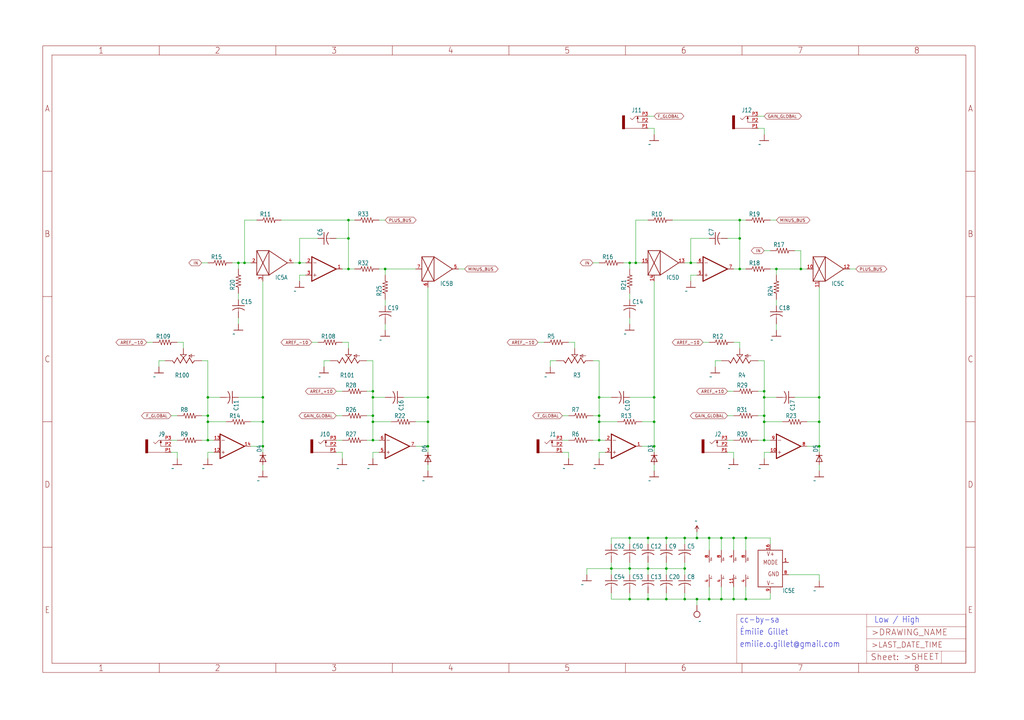
<source format=kicad_sch>
(kicad_sch (version 20211123) (generator eeschema)
  (paper "User" 425.45 299.161)
  (lib_symbols
    (symbol "shelves_v05-eagle-import:A3L-LOC"
      (symbol "A3L-LOC_0_0"
        (text "1" (at 24.2094 1.905 0) (effects (font (size 2.54 2.286))))
        (text "1" (at 24.2094 258.445 0) (effects (font (size 2.54 2.286))))
        (text "2" (at 72.6281 1.905 0) (effects (font (size 2.54 2.286))))
        (text "2" (at 72.6281 258.445 0) (effects (font (size 2.54 2.286))))
        (text "3" (at 121.0469 1.905 0) (effects (font (size 2.54 2.286))))
        (text "3" (at 121.0469 258.445 0) (effects (font (size 2.54 2.286))))
        (text "4" (at 169.4656 1.905 0) (effects (font (size 2.54 2.286))))
        (text "4" (at 169.4656 258.445 0) (effects (font (size 2.54 2.286))))
        (text "5" (at 217.8844 1.905 0) (effects (font (size 2.54 2.286))))
        (text "5" (at 217.8844 258.445 0) (effects (font (size 2.54 2.286))))
        (text "6" (at 266.3031 1.905 0) (effects (font (size 2.54 2.286))))
        (text "6" (at 266.3031 258.445 0) (effects (font (size 2.54 2.286))))
        (text "7" (at 314.7219 1.905 0) (effects (font (size 2.54 2.286))))
        (text "7" (at 314.7219 258.445 0) (effects (font (size 2.54 2.286))))
        (text "8" (at 363.1406 1.905 0) (effects (font (size 2.54 2.286))))
        (text "8" (at 363.1406 258.445 0) (effects (font (size 2.54 2.286))))
        (text "A" (at 1.905 234.315 0) (effects (font (size 2.54 2.286))))
        (text "A" (at 385.445 234.315 0) (effects (font (size 2.54 2.286))))
        (text "B" (at 1.905 182.245 0) (effects (font (size 2.54 2.286))))
        (text "B" (at 385.445 182.245 0) (effects (font (size 2.54 2.286))))
        (text "C" (at 1.905 130.175 0) (effects (font (size 2.54 2.286))))
        (text "C" (at 385.445 130.175 0) (effects (font (size 2.54 2.286))))
        (text "D" (at 1.905 78.105 0) (effects (font (size 2.54 2.286))))
        (text "D" (at 385.445 78.105 0) (effects (font (size 2.54 2.286))))
        (text "E" (at 1.905 26.035 0) (effects (font (size 2.54 2.286))))
        (text "E" (at 385.445 26.035 0) (effects (font (size 2.54 2.286))))
      )
      (symbol "A3L-LOC_1_0"
        (text ">DRAWING_NAME" (at 344.17 15.24 0) (effects (font (size 2.54 2.54)) (justify left bottom)))
        (text ">LAST_DATE_TIME" (at 344.17 10.16 0) (effects (font (size 2.286 2.286)) (justify left bottom)))
        (text ">SHEET" (at 357.505 5.08 0) (effects (font (size 2.54 2.54)) (justify left bottom)))
        (text "Sheet:" (at 343.916 4.953 0) (effects (font (size 2.54 2.54)) (justify left bottom)))
      )
    )
    (symbol "shelves_v05-eagle-import:C-USC0603"
      (property "Reference" "C" (at 1.016 0.635 0))
      (property "Value" "C-USC0603" (at 1.016 -4.191 0))
      (symbol "C-USC0603_1_0"
        (pin passive line (at 0 2.54 270) (length 2.54) (name "1") (number "1"))
        (pin passive line (at 0 -5.08 90) (length 2.54) (name "2") (number "2"))
      )
    )
    (symbol "shelves_v05-eagle-import:DIODE-SOD323-W"
      (property "Reference" "D" (at 2.54 0.4826 0))
      (property "Value" "DIODE-SOD323-W" (at 2.54 -2.3114 0))
      (symbol "DIODE-SOD323-W_1_0"
        (pin passive line (at -2.54 0 0) (length 2.54) (name "A") (number "A"))
        (pin passive line (at 2.54 0 180) (length 2.54) (name "C") (number "C"))
      )
    )
    (symbol "shelves_v05-eagle-import:GND" (power)
      (property "Value" "GND" (at -2.54 -2.54 0))
      (symbol "GND_1_0"
        (pin power_in line (at 0 2.54 270) (length 2.54) (name "GND") (number "1"))
      )
    )
    (symbol "shelves_v05-eagle-import:PJ301_THONKICONN6"
      (property "Reference" "J" (at -2.54 4.064 0))
      (symbol "PJ301_THONKICONN6_1_0"
        (pin passive line (at -5.08 -2.54 0) (length 2.54) (name "1") (number "P1"))
        (pin passive line (at -5.08 0 0) (length 2.54) (name "2") (number "P2"))
        (pin passive line (at -5.08 2.54 0) (length 2.54) (name "3") (number "P3"))
      )
    )
    (symbol "shelves_v05-eagle-import:POT_USVERTICAL_PS"
      (property "Reference" "R" (at -5.08 -2.54 90))
      (property "Value" "POT_USVERTICAL_PS" (at -2.54 -2.54 90))
      (symbol "POT_USVERTICAL_PS_1_0"
        (pin passive line (at 0 7.62 270) (length 2.54) (name "E") (number "P$1"))
        (pin passive line (at 5.08 0 180) (length 2.54) (name "S") (number "P$2"))
        (pin passive line (at 0 -7.62 90) (length 2.54) (name "A") (number "P$3"))
      )
    )
    (symbol "shelves_v05-eagle-import:R-US_R0603"
      (property "Reference" "R" (at -3.81 1.4986 0))
      (property "Value" "R-US_R0603" (at -3.81 -3.302 0))
      (symbol "R-US_R0603_1_0"
        (pin passive line (at -5.08 0 0) (length 2.54) (name "1") (number "1"))
        (pin passive line (at 5.08 0 180) (length 2.54) (name "2") (number "2"))
      )
    )
    (symbol "shelves_v05-eagle-import:SSM2164S"
      (property "Reference" "IC" (at 5.08 -12.7 0))
      (property "Value" "SSM2164S" (at 5.08 -15.24 0))
      (symbol "SSM2164S_1_0"
        (pin input line (at -5.08 0 0) (length 2.54) (name "IN") (number "2"))
        (pin input line (at 0 7.62 270) (length 2.54) (name "CTRL") (number "3"))
        (pin output line (at 12.7 0 180) (length 2.54) (name "OUT") (number "4"))
      )
      (symbol "SSM2164S_2_0"
        (pin output line (at 12.7 0 180) (length 2.54) (name "OUT") (number "5"))
        (pin input line (at 0 7.62 270) (length 2.54) (name "CTRL") (number "6"))
        (pin input line (at -5.08 0 0) (length 2.54) (name "IN") (number "7"))
      )
      (symbol "SSM2164S_3_0"
        (pin input line (at -5.08 0 0) (length 2.54) (name "IN") (number "10"))
        (pin input line (at 0 7.62 270) (length 2.54) (name "CTRL") (number "11"))
        (pin output line (at 12.7 0 180) (length 2.54) (name "OUT") (number "12"))
      )
      (symbol "SSM2164S_4_0"
        (pin output line (at 12.7 0 180) (length 2.54) (name "OUT") (number "13"))
        (pin input line (at 0 7.62 270) (length 2.54) (name "CTRL") (number "14"))
        (pin input line (at -5.08 0 0) (length 2.54) (name "IN") (number "15"))
      )
      (symbol "SSM2164S_5_0"
        (text "GND" (at -1.016 -5.842 0) (effects (font (size 1.778 1.5113)) (justify left bottom)))
        (text "MODE" (at -3.048 -1.016 0) (effects (font (size 1.778 1.5113)) (justify left bottom)))
        (text "V+" (at -1.524 2.54 0) (effects (font (size 1.778 1.5113)) (justify left bottom)))
        (text "V-" (at -1.524 -9.652 0) (effects (font (size 1.778 1.5113)) (justify left bottom)))
        (pin input line (at 7.62 0 180) (length 2.54) (name "MODE") (number "1"))
        (pin power_in line (at 0 7.62 270) (length 2.54) (name "V+") (number "16"))
        (pin power_in line (at 7.62 -5.08 180) (length 2.54) (name "GND") (number "8"))
        (pin power_in line (at 0 -12.7 90) (length 2.54) (name "V-") (number "9"))
      )
    )
    (symbol "shelves_v05-eagle-import:TL072D"
      (symbol "TL072D_1_0"
        (pin output line (at 7.62 0 180) (length 2.54) (name "OUT") (number "1"))
        (pin input line (at -7.62 -2.54 0) (length 2.54) (name "-IN") (number "2"))
        (pin input line (at -7.62 2.54 0) (length 2.54) (name "+IN") (number "3"))
      )
      (symbol "TL072D_2_0"
        (pin input line (at -7.62 2.54 0) (length 2.54) (name "+IN") (number "5"))
        (pin input line (at -7.62 -2.54 0) (length 2.54) (name "-IN") (number "6"))
        (pin output line (at 7.62 0 180) (length 2.54) (name "OUT") (number "7"))
      )
      (symbol "TL072D_3_0"
        (text "V+" (at 1.27 3.175 900) (effects (font (size 0.8128 0.6908)) (justify left bottom)))
        (text "V-" (at 1.27 -4.445 900) (effects (font (size 0.8128 0.6908)) (justify left bottom)))
        (pin power_in line (at 0 -7.62 90) (length 5.08) (name "V-") (number "4"))
        (pin power_in line (at 0 7.62 270) (length 5.08) (name "V+") (number "8"))
      )
    )
    (symbol "shelves_v05-eagle-import:TL074D"
      (symbol "TL074D_1_0"
        (pin output line (at 7.62 0 180) (length 2.54) (name "OUT") (number "1"))
        (pin input line (at -7.62 -2.54 0) (length 2.54) (name "-IN") (number "2"))
        (pin input line (at -7.62 2.54 0) (length 2.54) (name "+IN") (number "3"))
      )
      (symbol "TL074D_2_0"
        (pin input line (at -7.62 2.54 0) (length 2.54) (name "+IN") (number "5"))
        (pin input line (at -7.62 -2.54 0) (length 2.54) (name "-IN") (number "6"))
        (pin output line (at 7.62 0 180) (length 2.54) (name "OUT") (number "7"))
      )
      (symbol "TL074D_3_0"
        (pin input line (at -7.62 2.54 0) (length 2.54) (name "+IN") (number "10"))
        (pin output line (at 7.62 0 180) (length 2.54) (name "OUT") (number "8"))
        (pin input line (at -7.62 -2.54 0) (length 2.54) (name "-IN") (number "9"))
      )
      (symbol "TL074D_4_0"
        (pin input line (at -7.62 2.54 0) (length 2.54) (name "+IN") (number "12"))
        (pin input line (at -7.62 -2.54 0) (length 2.54) (name "-IN") (number "13"))
        (pin output line (at 7.62 0 180) (length 2.54) (name "OUT") (number "14"))
      )
      (symbol "TL074D_5_0"
        (text "V+" (at 1.27 3.175 900) (effects (font (size 0.8128 0.6908)) (justify left bottom)))
        (text "V-" (at 1.27 -4.445 900) (effects (font (size 0.8128 0.6908)) (justify left bottom)))
        (pin power_in line (at 0 -7.62 90) (length 5.08) (name "V-") (number "11"))
        (pin power_in line (at 0 7.62 270) (length 5.08) (name "V+") (number "4"))
      )
    )
    (symbol "shelves_v05-eagle-import:VCC" (power)
      (property "Value" "VCC" (at -1.016 3.556 0))
      (symbol "VCC_1_0"
        (pin power_in line (at 0 0 90) (length 2.54) (name "VCC") (number "1"))
      )
    )
    (symbol "shelves_v05-eagle-import:VEE" (power)
      (property "Value" "VEE" (at -1.905 3.175 0))
      (symbol "VEE_1_0"
        (pin power_in line (at 0 -2.54 90) (length 2.54) (name "VEE") (number "1"))
      )
    )
  )
  (junction (at 289.56 223.52))
  (junction (at 309.88 223.52))
  (junction (at 276.86 248.92))
  (junction (at 304.8 223.52))
  (junction (at 86.36 172.72))
  (junction (at 271.78 175.26))
  (junction (at 332.74 111.76))
  (junction (at 340.36 185.42))
  (junction (at 284.48 248.92))
  (junction (at 304.8 248.92))
  (junction (at 86.36 165.1))
  (junction (at 269.24 223.52))
  (junction (at 307.34 91.44))
  (junction (at 248.92 172.72))
  (junction (at 86.36 182.88))
  (junction (at 144.78 91.44))
  (junction (at 284.48 223.52))
  (junction (at 317.5 165.1))
  (junction (at 154.94 182.88))
  (junction (at 287.02 109.22))
  (junction (at 271.78 165.1))
  (junction (at 276.86 236.22))
  (junction (at 299.72 248.92))
  (junction (at 317.5 182.88))
  (junction (at 144.78 111.76))
  (junction (at 309.88 248.92))
  (junction (at 269.24 248.92))
  (junction (at 340.36 165.1))
  (junction (at 299.72 223.52))
  (junction (at 254 236.22))
  (junction (at 271.78 185.42))
  (junction (at 109.22 165.1))
  (junction (at 261.62 248.92))
  (junction (at 248.92 165.1))
  (junction (at 154.94 162.56))
  (junction (at 101.6 109.22))
  (junction (at 307.34 99.06))
  (junction (at 276.86 223.52))
  (junction (at 109.22 175.26))
  (junction (at 317.5 162.56))
  (junction (at 86.36 175.26))
  (junction (at 248.92 182.88))
  (junction (at 294.64 223.52))
  (junction (at 154.94 175.26))
  (junction (at 269.24 236.22))
  (junction (at 177.8 165.1))
  (junction (at 177.8 185.42))
  (junction (at 261.62 236.22))
  (junction (at 317.5 172.72))
  (junction (at 307.34 111.76))
  (junction (at 99.06 109.22))
  (junction (at 340.36 175.26))
  (junction (at 109.22 185.42))
  (junction (at 248.92 175.26))
  (junction (at 144.78 99.06))
  (junction (at 154.94 172.72))
  (junction (at 284.48 236.22))
  (junction (at 160.02 111.76))
  (junction (at 289.56 248.92))
  (junction (at 317.5 175.26))
  (junction (at 261.62 109.22))
  (junction (at 154.94 165.1))
  (junction (at 124.46 109.22))
  (junction (at 177.8 175.26))
  (junction (at 264.16 109.22))
  (junction (at 294.64 248.92))
  (junction (at 322.58 111.76))
  (junction (at 261.62 223.52))
  (wire (pts (xy 228.6 149.86) (xy 228.6 152.4)))
  (wire (pts (xy 254 233.68) (xy 254 236.22)))
  (wire (pts (xy 289.56 251.46) (xy 289.56 248.92)))
  (wire (pts (xy 276.86 226.06) (xy 276.86 223.52)))
  (wire (pts (xy 254 238.76) (xy 254 236.22)))
  (wire (pts (xy 271.78 53.34) (xy 271.78 55.88)))
  (wire (pts (xy 330.2 165.1) (xy 340.36 165.1)))
  (wire (pts (xy 134.62 149.86) (xy 134.62 152.4)))
  (wire (pts (xy 330.2 104.14) (xy 332.74 104.14)))
  (wire (pts (xy 332.74 104.14) (xy 332.74 111.76)))
  (wire (pts (xy 332.74 111.76) (xy 335.28 111.76)))
  (wire (pts (xy 276.86 246.38) (xy 276.86 248.92)))
  (wire (pts (xy 154.94 165.1) (xy 154.94 172.72)))
  (wire (pts (xy 177.8 193.04) (xy 177.8 195.58)))
  (wire (pts (xy 73.66 172.72) (xy 71.12 172.72)))
  (wire (pts (xy 177.8 119.38) (xy 177.8 165.1)))
  (wire (pts (xy 251.46 182.88) (xy 248.92 182.88)))
  (wire (pts (xy 248.92 149.86) (xy 248.92 165.1)))
  (wire (pts (xy 294.64 243.84) (xy 294.64 248.92)))
  (wire (pts (xy 264.16 91.44) (xy 269.24 91.44)))
  (wire (pts (xy 101.6 91.44) (xy 106.68 91.44)))
  (wire (pts (xy 322.58 165.1) (xy 317.5 165.1)))
  (wire (pts (xy 83.82 172.72) (xy 86.36 172.72)))
  (wire (pts (xy 294.64 248.92) (xy 299.72 248.92)))
  (wire (pts (xy 86.36 187.96) (xy 86.36 190.5)))
  (wire (pts (xy 71.12 182.88) (xy 73.66 182.88)))
  (wire (pts (xy 248.92 187.96) (xy 248.92 190.5)))
  (wire (pts (xy 139.7 187.96) (xy 142.24 187.96)))
  (wire (pts (xy 299.72 223.52) (xy 304.8 223.52)))
  (wire (pts (xy 320.04 187.96) (xy 317.5 187.96)))
  (wire (pts (xy 284.48 223.52) (xy 289.56 223.52)))
  (wire (pts (xy 307.34 91.44) (xy 307.34 99.06)))
  (wire (pts (xy 144.78 142.24) (xy 144.78 144.78)))
  (wire (pts (xy 86.36 175.26) (xy 86.36 182.88)))
  (wire (pts (xy 76.2 142.24) (xy 76.2 144.78)))
  (wire (pts (xy 304.8 248.92) (xy 299.72 248.92)))
  (wire (pts (xy 289.56 223.52) (xy 294.64 223.52)))
  (wire (pts (xy 144.78 99.06) (xy 144.78 111.76)))
  (wire (pts (xy 289.56 220.98) (xy 289.56 223.52)))
  (wire (pts (xy 86.36 109.22) (xy 83.82 109.22)))
  (wire (pts (xy 269.24 248.92) (xy 276.86 248.92)))
  (wire (pts (xy 269.24 233.68) (xy 269.24 236.22)))
  (wire (pts (xy 91.44 165.1) (xy 86.36 165.1)))
  (wire (pts (xy 238.76 142.24) (xy 238.76 144.78)))
  (wire (pts (xy 284.48 248.92) (xy 289.56 248.92)))
  (wire (pts (xy 266.7 175.26) (xy 271.78 175.26)))
  (wire (pts (xy 261.62 111.76) (xy 261.62 109.22)))
  (wire (pts (xy 269.24 236.22) (xy 269.24 238.76)))
  (wire (pts (xy 299.72 228.6) (xy 299.72 223.52)))
  (wire (pts (xy 279.4 91.44) (xy 307.34 91.44)))
  (wire (pts (xy 132.08 142.24) (xy 129.54 142.24)))
  (wire (pts (xy 236.22 172.72) (xy 233.68 172.72)))
  (wire (pts (xy 63.5 142.24) (xy 60.96 142.24)))
  (wire (pts (xy 294.64 142.24) (xy 292.1 142.24)))
  (wire (pts (xy 322.58 111.76) (xy 332.74 111.76)))
  (wire (pts (xy 248.92 109.22) (xy 246.38 109.22)))
  (wire (pts (xy 269.24 236.22) (xy 261.62 236.22)))
  (wire (pts (xy 320.04 182.88) (xy 317.5 182.88)))
  (wire (pts (xy 243.84 236.22) (xy 243.84 238.76)))
  (wire (pts (xy 297.18 149.86) (xy 297.18 152.4)))
  (wire (pts (xy 190.5 111.76) (xy 193.04 111.76)))
  (wire (pts (xy 154.94 172.72) (xy 154.94 175.26)))
  (wire (pts (xy 116.84 91.44) (xy 144.78 91.44)))
  (wire (pts (xy 302.26 187.96) (xy 304.8 187.96)))
  (wire (pts (xy 154.94 162.56) (xy 154.94 165.1)))
  (wire (pts (xy 104.14 175.26) (xy 109.22 175.26)))
  (wire (pts (xy 314.96 182.88) (xy 317.5 182.88)))
  (wire (pts (xy 269.24 48.26) (xy 271.78 48.26)))
  (wire (pts (xy 261.62 226.06) (xy 261.62 223.52)))
  (wire (pts (xy 139.7 182.88) (xy 142.24 182.88)))
  (wire (pts (xy 266.7 185.42) (xy 271.78 185.42)))
  (wire (pts (xy 314.96 162.56) (xy 317.5 162.56)))
  (wire (pts (xy 304.8 228.6) (xy 304.8 223.52)))
  (wire (pts (xy 152.4 172.72) (xy 154.94 172.72)))
  (wire (pts (xy 99.06 111.76) (xy 99.06 109.22)))
  (wire (pts (xy 287.02 109.22) (xy 289.56 109.22)))
  (wire (pts (xy 101.6 109.22) (xy 104.14 109.22)))
  (wire (pts (xy 121.92 109.22) (xy 124.46 109.22)))
  (wire (pts (xy 325.12 175.26) (xy 317.5 175.26)))
  (wire (pts (xy 254 236.22) (xy 243.84 236.22)))
  (wire (pts (xy 284.48 233.68) (xy 284.48 236.22)))
  (wire (pts (xy 83.82 182.88) (xy 86.36 182.88)))
  (wire (pts (xy 144.78 111.76) (xy 147.32 111.76)))
  (wire (pts (xy 109.22 175.26) (xy 109.22 165.1)))
  (wire (pts (xy 254 248.92) (xy 261.62 248.92)))
  (wire (pts (xy 142.24 162.56) (xy 139.7 162.56)))
  (wire (pts (xy 314.96 53.34) (xy 317.5 53.34)))
  (wire (pts (xy 340.36 185.42) (xy 340.36 175.26)))
  (wire (pts (xy 269.24 226.06) (xy 269.24 223.52)))
  (wire (pts (xy 259.08 109.22) (xy 261.62 109.22)))
  (wire (pts (xy 320.04 223.52) (xy 320.04 226.06)))
  (wire (pts (xy 340.36 175.26) (xy 340.36 165.1)))
  (wire (pts (xy 254 246.38) (xy 254 248.92)))
  (wire (pts (xy 172.72 175.26) (xy 177.8 175.26)))
  (wire (pts (xy 261.62 248.92) (xy 269.24 248.92)))
  (wire (pts (xy 152.4 182.88) (xy 154.94 182.88)))
  (wire (pts (xy 144.78 111.76) (xy 142.24 111.76)))
  (wire (pts (xy 309.88 243.84) (xy 309.88 248.92)))
  (wire (pts (xy 269.24 246.38) (xy 269.24 248.92)))
  (wire (pts (xy 314.96 48.26) (xy 317.5 48.26)))
  (wire (pts (xy 317.5 187.96) (xy 317.5 190.5)))
  (wire (pts (xy 83.82 149.86) (xy 86.36 149.86)))
  (wire (pts (xy 287.02 109.22) (xy 287.02 99.06)))
  (wire (pts (xy 289.56 114.3) (xy 287.02 114.3)))
  (wire (pts (xy 160.02 114.3) (xy 160.02 111.76)))
  (wire (pts (xy 66.04 149.86) (xy 66.04 152.4)))
  (wire (pts (xy 271.78 165.1) (xy 271.78 116.84)))
  (wire (pts (xy 248.92 175.26) (xy 248.92 182.88)))
  (wire (pts (xy 294.64 223.52) (xy 299.72 223.52)))
  (wire (pts (xy 284.48 236.22) (xy 284.48 238.76)))
  (wire (pts (xy 246.38 172.72) (xy 248.92 172.72)))
  (wire (pts (xy 157.48 182.88) (xy 154.94 182.88)))
  (wire (pts (xy 276.86 223.52) (xy 284.48 223.52)))
  (wire (pts (xy 142.24 172.72) (xy 139.7 172.72)))
  (wire (pts (xy 320.04 248.92) (xy 309.88 248.92)))
  (wire (pts (xy 93.98 175.26) (xy 86.36 175.26)))
  (wire (pts (xy 101.6 109.22) (xy 101.6 91.44)))
  (wire (pts (xy 284.48 246.38) (xy 284.48 248.92)))
  (wire (pts (xy 287.02 99.06) (xy 294.64 99.06)))
  (wire (pts (xy 226.06 142.24) (xy 223.52 142.24)))
  (wire (pts (xy 320.04 246.38) (xy 320.04 248.92)))
  (wire (pts (xy 261.62 132.08) (xy 261.62 134.62)))
  (wire (pts (xy 317.5 162.56) (xy 317.5 165.1)))
  (wire (pts (xy 109.22 185.42) (xy 109.22 175.26)))
  (wire (pts (xy 307.34 111.76) (xy 304.8 111.76)))
  (wire (pts (xy 154.94 187.96) (xy 154.94 190.5)))
  (wire (pts (xy 236.22 187.96) (xy 236.22 190.5)))
  (wire (pts (xy 317.5 149.86) (xy 317.5 162.56)))
  (wire (pts (xy 276.86 233.68) (xy 276.86 236.22)))
  (wire (pts (xy 317.5 53.34) (xy 317.5 55.88)))
  (wire (pts (xy 304.8 172.72) (xy 302.26 172.72)))
  (wire (pts (xy 68.58 149.86) (xy 66.04 149.86)))
  (wire (pts (xy 276.86 236.22) (xy 276.86 238.76)))
  (wire (pts (xy 172.72 185.42) (xy 177.8 185.42)))
  (wire (pts (xy 88.9 182.88) (xy 86.36 182.88)))
  (wire (pts (xy 233.68 182.88) (xy 236.22 182.88)))
  (wire (pts (xy 261.62 165.1) (xy 271.78 165.1)))
  (wire (pts (xy 307.34 99.06) (xy 307.34 111.76)))
  (wire (pts (xy 96.52 109.22) (xy 99.06 109.22)))
  (wire (pts (xy 127 114.3) (xy 124.46 114.3)))
  (wire (pts (xy 276.86 236.22) (xy 269.24 236.22)))
  (wire (pts (xy 160.02 111.76) (xy 172.72 111.76)))
  (wire (pts (xy 231.14 149.86) (xy 228.6 149.86)))
  (wire (pts (xy 160.02 134.62) (xy 160.02 137.16)))
  (wire (pts (xy 302.26 182.88) (xy 304.8 182.88)))
  (wire (pts (xy 304.8 187.96) (xy 304.8 190.5)))
  (wire (pts (xy 73.66 142.24) (xy 76.2 142.24)))
  (wire (pts (xy 304.8 142.24) (xy 307.34 142.24)))
  (wire (pts (xy 144.78 91.44) (xy 147.32 91.44)))
  (wire (pts (xy 104.14 185.42) (xy 109.22 185.42)))
  (wire (pts (xy 248.92 165.1) (xy 248.92 172.72)))
  (wire (pts (xy 276.86 248.92) (xy 284.48 248.92)))
  (wire (pts (xy 322.58 134.62) (xy 322.58 137.16)))
  (wire (pts (xy 327.66 238.76) (xy 340.36 238.76)))
  (wire (pts (xy 294.64 228.6) (xy 294.64 223.52)))
  (wire (pts (xy 124.46 109.22) (xy 127 109.22)))
  (wire (pts (xy 353.06 111.76) (xy 355.6 111.76)))
  (wire (pts (xy 73.66 187.96) (xy 73.66 190.5)))
  (wire (pts (xy 142.24 187.96) (xy 142.24 190.5)))
  (wire (pts (xy 299.72 248.92) (xy 299.72 243.84)))
  (wire (pts (xy 307.34 111.76) (xy 309.88 111.76)))
  (wire (pts (xy 99.06 132.08) (xy 99.06 134.62)))
  (wire (pts (xy 304.8 223.52) (xy 309.88 223.52)))
  (wire (pts (xy 261.62 223.52) (xy 269.24 223.52)))
  (wire (pts (xy 307.34 142.24) (xy 307.34 144.78)))
  (wire (pts (xy 160.02 127) (xy 160.02 124.46)))
  (wire (pts (xy 177.8 185.42) (xy 177.8 175.26)))
  (wire (pts (xy 152.4 149.86) (xy 154.94 149.86)))
  (wire (pts (xy 320.04 104.14) (xy 317.5 104.14)))
  (wire (pts (xy 139.7 99.06) (xy 144.78 99.06)))
  (wire (pts (xy 154.94 149.86) (xy 154.94 162.56)))
  (wire (pts (xy 320.04 111.76) (xy 322.58 111.76)))
  (wire (pts (xy 340.36 187.96) (xy 340.36 185.42)))
  (wire (pts (xy 142.24 142.24) (xy 144.78 142.24)))
  (wire (pts (xy 269.24 223.52) (xy 276.86 223.52)))
  (wire (pts (xy 246.38 149.86) (xy 248.92 149.86)))
  (wire (pts (xy 335.28 185.42) (xy 340.36 185.42)))
  (wire (pts (xy 320.04 91.44) (xy 322.58 91.44)))
  (wire (pts (xy 152.4 162.56) (xy 154.94 162.56)))
  (wire (pts (xy 322.58 127) (xy 322.58 124.46)))
  (wire (pts (xy 271.78 187.96) (xy 271.78 185.42)))
  (wire (pts (xy 256.54 175.26) (xy 248.92 175.26)))
  (wire (pts (xy 99.06 109.22) (xy 101.6 109.22)))
  (wire (pts (xy 254 165.1) (xy 248.92 165.1)))
  (wire (pts (xy 261.62 238.76) (xy 261.62 236.22)))
  (wire (pts (xy 322.58 114.3) (xy 322.58 111.76)))
  (wire (pts (xy 254 226.06) (xy 254 223.52)))
  (wire (pts (xy 340.36 193.04) (xy 340.36 195.58)))
  (wire (pts (xy 109.22 165.1) (xy 109.22 116.84)))
  (wire (pts (xy 271.78 185.42) (xy 271.78 175.26)))
  (wire (pts (xy 124.46 109.22) (xy 124.46 99.06)))
  (wire (pts (xy 302.26 99.06) (xy 307.34 99.06)))
  (wire (pts (xy 233.68 187.96) (xy 236.22 187.96)))
  (wire (pts (xy 248.92 172.72) (xy 248.92 175.26)))
  (wire (pts (xy 317.5 175.26) (xy 317.5 182.88)))
  (wire (pts (xy 284.48 236.22) (xy 276.86 236.22)))
  (wire (pts (xy 71.12 187.96) (xy 73.66 187.96)))
  (wire (pts (xy 109.22 193.04) (xy 109.22 195.58)))
  (wire (pts (xy 314.96 172.72) (xy 317.5 172.72)))
  (wire (pts (xy 86.36 165.1) (xy 86.36 172.72)))
  (wire (pts (xy 86.36 149.86) (xy 86.36 165.1)))
  (wire (pts (xy 261.62 236.22) (xy 254 236.22)))
  (wire (pts (xy 271.78 175.26) (xy 271.78 165.1)))
  (wire (pts (xy 157.48 111.76) (xy 160.02 111.76)))
  (wire (pts (xy 309.88 228.6) (xy 309.88 223.52)))
  (wire (pts (xy 261.62 124.46) (xy 261.62 121.92)))
  (wire (pts (xy 99.06 124.46) (xy 99.06 121.92)))
  (wire (pts (xy 261.62 236.22) (xy 261.62 233.68)))
  (wire (pts (xy 162.56 175.26) (xy 154.94 175.26)))
  (wire (pts (xy 335.28 175.26) (xy 340.36 175.26)))
  (wire (pts (xy 86.36 172.72) (xy 86.36 175.26)))
  (wire (pts (xy 284.48 109.22) (xy 287.02 109.22)))
  (wire (pts (xy 284.48 226.06) (xy 284.48 223.52)))
  (wire (pts (xy 340.36 238.76) (xy 340.36 241.3)))
  (wire (pts (xy 167.64 165.1) (xy 177.8 165.1)))
  (wire (pts (xy 236.22 142.24) (xy 238.76 142.24)))
  (wire (pts (xy 264.16 109.22) (xy 266.7 109.22)))
  (wire (pts (xy 309.88 248.92) (xy 304.8 248.92)))
  (wire (pts (xy 309.88 223.52) (xy 320.04 223.52)))
  (wire (pts (xy 88.9 187.96) (xy 86.36 187.96)))
  (wire (pts (xy 254 223.52) (xy 261.62 223.52)))
  (wire (pts (xy 160.02 165.1) (xy 154.94 165.1)))
  (wire (pts (xy 314.96 149.86) (xy 317.5 149.86)))
  (wire (pts (xy 271.78 193.04) (xy 271.78 195.58)))
  (wire (pts (xy 99.06 165.1) (xy 109.22 165.1)))
  (wire (pts (xy 246.38 182.88) (xy 248.92 182.88)))
  (wire (pts (xy 304.8 162.56) (xy 302.26 162.56)))
  (wire (pts (xy 157.48 187.96) (xy 154.94 187.96)))
  (wire (pts (xy 289.56 248.92) (xy 294.64 248.92)))
  (wire (pts (xy 261.62 246.38) (xy 261.62 248.92)))
  (wire (pts (xy 177.8 187.96) (xy 177.8 185.42)))
  (wire (pts (xy 261.62 109.22) (xy 264.16 109.22)))
  (wire (pts (xy 124.46 99.06) (xy 132.08 99.06)))
  (wire (pts (xy 304.8 243.84) (xy 304.8 248.92)))
  (wire (pts (xy 317.5 165.1) (xy 317.5 172.72)))
  (wire (pts (xy 177.8 175.26) (xy 177.8 165.1)))
  (wire (pts (xy 124.46 114.3) (xy 124.46 116.84)))
  (wire (pts (xy 340.36 119.38) (xy 340.36 165.1)))
  (wire (pts (xy 154.94 175.26) (xy 154.94 182.88)))
  (wire (pts (xy 299.72 149.86) (xy 297.18 149.86)))
  (wire (pts (xy 287.02 114.3) (xy 287.02 116.84)))
  (wire (pts (xy 264.16 109.22) (xy 264.16 91.44)))
  (wire (pts (xy 157.48 91.44) (xy 160.02 91.44)))
  (wire (pts (xy 317.5 172.72) (xy 317.5 175.26)))
  (wire (pts (xy 269.24 53.34) (xy 271.78 53.34)))
  (wire (pts (xy 109.22 187.96) (xy 109.22 185.42)))
  (wire (pts (xy 144.78 91.44) (xy 144.78 99.06)))
  (wire (pts (xy 251.46 187.96) (xy 248.92 187.96)))
  (wire (pts (xy 137.16 149.86) (xy 134.62 149.86)))
  (wire (pts (xy 307.34 91.44) (xy 309.88 91.44)))
  (text "cc-by-sa" (at 307.34 259.08 180) (effects (font (size 2.54 2.159)) (justify left bottom)))
  (text "Low / High" (at 363.22 259.08 180) (effects (font (size 2.54 2.159)) (justify left bottom)))
  (text "Émilie Gillet" (at 307.34 264.16 180) (effects (font (size 2.54 2.159)) (justify left bottom)))
  (text "emilie.o.gillet@gmail.com" (at 307.34 269.24 180) (effects (font (size 2.54 2.159)) (justify left bottom)))
  (global_label "AREF_-10" (shape bidirectional) (at 292.1 142.24 180) (effects (font (size 1.2446 1.2446))) (property "Intersheet References" "${INTERSHEET_REFS}" (effects hide)))
  (global_label "MINUS_BUS" (shape bidirectional) (at 322.58 91.44 0) (effects (font (size 1.2446 1.2446))) (property "Intersheet References" "${INTERSHEET_REFS}" (effects hide)))
  (global_label "F_GLOBAL" (shape bidirectional) (at 271.78 48.26 0) (effects (font (size 1.2446 1.2446))) (property "Intersheet References" "${INTERSHEET_REFS}" (effects hide)))
  (global_label "GAIN_GLOBAL" (shape bidirectional) (at 139.7 172.72 180) (effects (font (size 1.2446 1.2446))) (property "Intersheet References" "${INTERSHEET_REFS}" (effects hide)))
  (global_label "PLUS_BUS" (shape bidirectional) (at 355.6 111.76 0) (effects (font (size 1.2446 1.2446))) (property "Intersheet References" "${INTERSHEET_REFS}" (effects hide)))
  (global_label "GAIN_GLOBAL" (shape bidirectional) (at 317.5 48.26 0) (effects (font (size 1.2446 1.2446))) (property "Intersheet References" "${INTERSHEET_REFS}" (effects hide)))
  (global_label "PLUS_BUS" (shape bidirectional) (at 160.02 91.44 0) (effects (font (size 1.2446 1.2446))) (property "Intersheet References" "${INTERSHEET_REFS}" (effects hide)))
  (global_label "AREF_+10" (shape bidirectional) (at 302.26 162.56 180) (effects (font (size 1.2446 1.2446))) (property "Intersheet References" "${INTERSHEET_REFS}" (effects hide)))
  (global_label "F_GLOBAL" (shape bidirectional) (at 233.68 172.72 180) (effects (font (size 1.2446 1.2446))) (property "Intersheet References" "${INTERSHEET_REFS}" (effects hide)))
  (global_label "F_GLOBAL" (shape bidirectional) (at 71.12 172.72 180) (effects (font (size 1.2446 1.2446))) (property "Intersheet References" "${INTERSHEET_REFS}" (effects hide)))
  (global_label "IN" (shape bidirectional) (at 317.5 104.14 180) (effects (font (size 1.2446 1.2446))) (property "Intersheet References" "${INTERSHEET_REFS}" (effects hide)))
  (global_label "AREF_-10" (shape bidirectional) (at 223.52 142.24 180) (effects (font (size 1.2446 1.2446))) (property "Intersheet References" "${INTERSHEET_REFS}" (effects hide)))
  (global_label "IN" (shape bidirectional) (at 246.38 109.22 180) (effects (font (size 1.2446 1.2446))) (property "Intersheet References" "${INTERSHEET_REFS}" (effects hide)))
  (global_label "AREF_-10" (shape bidirectional) (at 60.96 142.24 180) (effects (font (size 1.2446 1.2446))) (property "Intersheet References" "${INTERSHEET_REFS}" (effects hide)))
  (global_label "AREF_+10" (shape bidirectional) (at 139.7 162.56 180) (effects (font (size 1.2446 1.2446))) (property "Intersheet References" "${INTERSHEET_REFS}" (effects hide)))
  (global_label "GAIN_GLOBAL" (shape bidirectional) (at 302.26 172.72 180) (effects (font (size 1.2446 1.2446))) (property "Intersheet References" "${INTERSHEET_REFS}" (effects hide)))
  (global_label "AREF_-10" (shape bidirectional) (at 129.54 142.24 180) (effects (font (size 1.2446 1.2446))) (property "Intersheet References" "${INTERSHEET_REFS}" (effects hide)))
  (global_label "MINUS_BUS" (shape bidirectional) (at 193.04 111.76 0) (effects (font (size 1.2446 1.2446))) (property "Intersheet References" "${INTERSHEET_REFS}" (effects hide)))
  (global_label "IN" (shape bidirectional) (at 83.82 109.22 180) (effects (font (size 1.2446 1.2446))) (property "Intersheet References" "${INTERSHEET_REFS}" (effects hide)))
  (symbol (lib_id "shelves_v05-eagle-import:GND") (at 236.22 193.04 0) (unit 1)
    (property "Reference" "#GND18" (effects hide))
  )
  (symbol (lib_id "shelves_v05-eagle-import:TL072D") (at 309.88 236.22 0) (unit 3)
    (property "Reference" "IC3" (effects hide))
  )
  (symbol (lib_id "shelves_v05-eagle-import:R-US_R0603") (at 91.44 109.22 0) (unit 1)
    (property "Reference" "R15" (at 87.63 107.7214 0) (effects (font (size 1.778 1.5113)) (justify left bottom)))
  )
  (symbol (lib_id "shelves_v05-eagle-import:GND") (at 340.36 198.12 0) (unit 1)
    (property "Reference" "#GND20" (effects hide))
  )
  (symbol (lib_id "shelves_v05-eagle-import:GND") (at 243.84 241.3 0) (unit 1)
    (property "Reference" "#GND73" (effects hide))
  )
  (symbol (lib_id "shelves_v05-eagle-import:C-USC0603") (at 327.66 165.1 270) (unit 1)
    (property "Reference" "C17" (at 328.295 166.116 0) (effects (font (size 1.778 1.5113)) (justify left bottom)))
  )
  (symbol (lib_id "shelves_v05-eagle-import:C-USC0603") (at 276.86 241.3 0) (unit 1)
    (property "Reference" "C20" (at 277.876 240.665 0) (effects (font (size 1.778 1.5113)) (justify left bottom)))
  )
  (symbol (lib_id "shelves_v05-eagle-import:C-USC0603") (at 165.1 165.1 270) (unit 1)
    (property "Reference" "C16" (at 165.735 166.116 0) (effects (font (size 1.778 1.5113)) (justify left bottom)))
  )
  (symbol (lib_id "shelves_v05-eagle-import:R-US_R0603") (at 309.88 172.72 0) (unit 1)
    (property "Reference" "R31" (at 306.07 171.2214 0) (effects (font (size 1.778 1.5113)) (justify left bottom)))
  )
  (symbol (lib_id "shelves_v05-eagle-import:GND") (at 109.22 198.12 0) (unit 1)
    (property "Reference" "#GND6" (effects hide))
  )
  (symbol (lib_id "shelves_v05-eagle-import:GND") (at 86.36 193.04 0) (unit 1)
    (property "Reference" "#GND5" (effects hide))
  )
  (symbol (lib_id "shelves_v05-eagle-import:TL072D") (at 299.72 236.22 0) (unit 3)
    (property "Reference" "IC12" (effects hide))
  )
  (symbol (lib_id "shelves_v05-eagle-import:GND") (at 124.46 119.38 0) (unit 1)
    (property "Reference" "#GND4" (effects hide))
  )
  (symbol (lib_id "shelves_v05-eagle-import:C-USC0603") (at 96.52 165.1 270) (unit 1)
    (property "Reference" "C11" (at 97.155 166.116 0) (effects (font (size 1.778 1.5113)) (justify left bottom)))
  )
  (symbol (lib_id "shelves_v05-eagle-import:SSM2164S") (at 177.8 111.76 0) (mirror x) (unit 2)
    (property "Reference" "IC5" (at 182.88 116.84 0) (effects (font (size 1.778 1.5113)) (justify left bottom)))
  )
  (symbol (lib_id "shelves_v05-eagle-import:GND") (at 99.06 137.16 0) (unit 1)
    (property "Reference" "#GND3" (effects hide))
  )
  (symbol (lib_id "shelves_v05-eagle-import:GND") (at 317.5 193.04 0) (unit 1)
    (property "Reference" "#GND19" (effects hide))
  )
  (symbol (lib_id "shelves_v05-eagle-import:A3L-LOC") (at 17.78 279.4 0) (unit 1)
    (property "Reference" "#FRAME3" (effects hide))
  )
  (symbol (lib_id "shelves_v05-eagle-import:GND") (at 248.92 193.04 0) (unit 1)
    (property "Reference" "#GND16" (effects hide))
  )
  (symbol (lib_id "shelves_v05-eagle-import:GND") (at 304.8 193.04 0) (unit 1)
    (property "Reference" "#GND21" (effects hide))
  )
  (symbol (lib_id "shelves_v05-eagle-import:DIODE-SOD323-W") (at 271.78 190.5 90) (unit 1)
    (property "Reference" "D3" (at 271.2974 187.96 0) (effects (font (size 1.778 1.5113)) (justify left bottom)))
  )
  (symbol (lib_id "shelves_v05-eagle-import:PJ301_THONKICONN6") (at 297.18 185.42 0) (mirror y) (unit 1)
    (property "Reference" "J2" (at 299.72 181.356 0) (effects (font (size 1.778 1.5113)) (justify left bottom)))
  )
  (symbol (lib_id "shelves_v05-eagle-import:R-US_R0603") (at 241.3 182.88 0) (unit 1)
    (property "Reference" "R6" (at 237.49 181.3814 0) (effects (font (size 1.778 1.5113)) (justify left bottom)))
  )
  (symbol (lib_id "shelves_v05-eagle-import:C-USC0603") (at 254 228.6 0) (unit 1)
    (property "Reference" "C52" (at 255.016 227.965 0) (effects (font (size 1.778 1.5113)) (justify left bottom)))
  )
  (symbol (lib_id "shelves_v05-eagle-import:R-US_R0603") (at 261.62 116.84 90) (unit 1)
    (property "Reference" "R21" (at 260.1214 120.65 0) (effects (font (size 1.778 1.5113)) (justify left bottom)))
  )
  (symbol (lib_id "shelves_v05-eagle-import:PJ301_THONKICONN6") (at 134.62 185.42 0) (mirror y) (unit 1)
    (property "Reference" "J10" (at 137.16 181.356 0) (effects (font (size 1.778 1.5113)) (justify left bottom)))
  )
  (symbol (lib_id "shelves_v05-eagle-import:R-US_R0603") (at 325.12 104.14 0) (unit 1)
    (property "Reference" "R17" (at 321.31 102.6414 0) (effects (font (size 1.778 1.5113)) (justify left bottom)))
  )
  (symbol (lib_id "shelves_v05-eagle-import:GND") (at 271.78 58.42 0) (unit 1)
    (property "Reference" "#GND82" (effects hide))
  )
  (symbol (lib_id "shelves_v05-eagle-import:DIODE-SOD323-W") (at 340.36 190.5 90) (unit 1)
    (property "Reference" "D5" (at 339.8774 187.96 0) (effects (font (size 1.778 1.5113)) (justify left bottom)))
  )
  (symbol (lib_id "shelves_v05-eagle-import:GND") (at 134.62 154.94 0) (unit 1)
    (property "Reference" "#GND10" (effects hide))
  )
  (symbol (lib_id "shelves_v05-eagle-import:GND") (at 317.5 58.42 0) (unit 1)
    (property "Reference" "#GND81" (effects hide))
  )
  (symbol (lib_id "shelves_v05-eagle-import:PJ301_THONKICONN6") (at 228.6 185.42 0) (mirror y) (unit 1)
    (property "Reference" "J1" (at 231.14 181.356 0) (effects (font (size 1.778 1.5113)) (justify left bottom)))
  )
  (symbol (lib_id "shelves_v05-eagle-import:C-USC0603") (at 261.62 228.6 0) (unit 1)
    (property "Reference" "C50" (at 262.636 227.965 0) (effects (font (size 1.778 1.5113)) (justify left bottom)))
  )
  (symbol (lib_id "shelves_v05-eagle-import:POT_USVERTICAL_PS") (at 307.34 149.86 90) (unit 1)
    (property "Reference" "R4" (at 309.88 154.94 90) (effects (font (size 1.778 1.5113)) (justify left bottom)))
  )
  (symbol (lib_id "shelves_v05-eagle-import:VEE") (at 289.56 254 180) (unit 1)
    (property "Reference" "#SUPPLY4" (effects hide))
  )
  (symbol (lib_id "shelves_v05-eagle-import:C-USC0603") (at 284.48 228.6 0) (unit 1)
    (property "Reference" "C5" (at 285.496 227.965 0) (effects (font (size 1.778 1.5113)) (justify left bottom)))
  )
  (symbol (lib_id "shelves_v05-eagle-import:R-US_R0603") (at 78.74 172.72 0) (unit 1)
    (property "Reference" "R8" (at 74.93 171.2214 0) (effects (font (size 1.778 1.5113)) (justify left bottom)))
  )
  (symbol (lib_id "shelves_v05-eagle-import:PJ301_THONKICONN6") (at 264.16 50.8 0) (mirror y) (unit 1)
    (property "Reference" "J11" (at 266.7 46.736 0) (effects (font (size 1.778 1.5113)) (justify left bottom)))
  )
  (symbol (lib_id "shelves_v05-eagle-import:C-USC0603") (at 269.24 228.6 0) (unit 1)
    (property "Reference" "C12" (at 270.256 227.965 0) (effects (font (size 1.778 1.5113)) (justify left bottom)))
  )
  (symbol (lib_id "shelves_v05-eagle-import:POT_USVERTICAL_PS") (at 144.78 149.86 90) (unit 1)
    (property "Reference" "R101" (at 147.32 154.94 90) (effects (font (size 1.778 1.5113)) (justify left bottom)))
  )
  (symbol (lib_id "shelves_v05-eagle-import:GND") (at 340.36 243.84 0) (unit 1)
    (property "Reference" "#GND72" (effects hide))
  )
  (symbol (lib_id "shelves_v05-eagle-import:R-US_R0603") (at 152.4 91.44 0) (unit 1)
    (property "Reference" "R33" (at 148.59 89.9414 0) (effects (font (size 1.778 1.5113)) (justify left bottom)))
  )
  (symbol (lib_id "shelves_v05-eagle-import:DIODE-SOD323-W") (at 109.22 190.5 90) (unit 1)
    (property "Reference" "D4" (at 108.7374 187.96 0) (effects (font (size 1.778 1.5113)) (justify left bottom)))
  )
  (symbol (lib_id "shelves_v05-eagle-import:GND") (at 142.24 193.04 0) (unit 1)
    (property "Reference" "#GND13" (effects hide))
  )
  (symbol (lib_id "shelves_v05-eagle-import:R-US_R0603") (at 68.58 142.24 0) (unit 1)
    (property "Reference" "R109" (at 64.77 140.7414 0) (effects (font (size 1.778 1.5113)) (justify left bottom)))
  )
  (symbol (lib_id "shelves_v05-eagle-import:TL074D") (at 327.66 185.42 0) (mirror x) (unit 3)
    (property "Reference" "IC4" (effects hide))
  )
  (symbol (lib_id "shelves_v05-eagle-import:GND") (at 228.6 154.94 0) (unit 1)
    (property "Reference" "#GND22" (effects hide))
  )
  (symbol (lib_id "shelves_v05-eagle-import:PJ301_THONKICONN6") (at 309.88 50.8 0) (mirror y) (unit 1)
    (property "Reference" "J12" (at 312.42 46.736 0) (effects (font (size 1.778 1.5113)) (justify left bottom)))
  )
  (symbol (lib_id "shelves_v05-eagle-import:R-US_R0603") (at 99.06 175.26 0) (unit 1)
    (property "Reference" "R14" (at 95.25 173.7614 0) (effects (font (size 1.778 1.5113)) (justify left bottom)))
  )
  (symbol (lib_id "shelves_v05-eagle-import:R-US_R0603") (at 160.02 119.38 90) (unit 1)
    (property "Reference" "R25" (at 158.5214 123.19 0) (effects (font (size 1.778 1.5113)) (justify left bottom)))
  )
  (symbol (lib_id "shelves_v05-eagle-import:R-US_R0603") (at 299.72 142.24 0) (unit 1)
    (property "Reference" "R12" (at 295.91 140.7414 0) (effects (font (size 1.778 1.5113)) (justify left bottom)))
  )
  (symbol (lib_id "shelves_v05-eagle-import:C-USC0603") (at 160.02 129.54 0) (unit 1)
    (property "Reference" "C19" (at 161.036 128.905 0) (effects (font (size 1.778 1.5113)) (justify left bottom)))
  )
  (symbol (lib_id "shelves_v05-eagle-import:POT_USVERTICAL_PS") (at 238.76 149.86 90) (unit 1)
    (property "Reference" "R3" (at 241.3 154.94 90) (effects (font (size 1.778 1.5113)) (justify left bottom)))
  )
  (symbol (lib_id "shelves_v05-eagle-import:SSM2164S") (at 109.22 109.22 0) (mirror x) (unit 1)
    (property "Reference" "IC5" (at 114.3 114.3 0) (effects (font (size 1.778 1.5113)) (justify left bottom)))
  )
  (symbol (lib_id "shelves_v05-eagle-import:R-US_R0603") (at 137.16 142.24 0) (unit 1)
    (property "Reference" "R108" (at 133.35 140.7414 0) (effects (font (size 1.778 1.5113)) (justify left bottom)))
  )
  (symbol (lib_id "shelves_v05-eagle-import:GND") (at 154.94 193.04 0) (unit 1)
    (property "Reference" "#GND11" (effects hide))
  )
  (symbol (lib_id "shelves_v05-eagle-import:C-USC0603") (at 134.62 99.06 90) (unit 1)
    (property "Reference" "C6" (at 133.985 98.044 0) (effects (font (size 1.778 1.5113)) (justify left bottom)))
  )
  (symbol (lib_id "shelves_v05-eagle-import:TL074D") (at 304.8 236.22 0) (unit 5)
    (property "Reference" "IC4" (effects hide))
  )
  (symbol (lib_id "shelves_v05-eagle-import:C-USC0603") (at 259.08 165.1 270) (unit 1)
    (property "Reference" "C10" (at 259.715 166.116 0) (effects (font (size 1.778 1.5113)) (justify left bottom)))
  )
  (symbol (lib_id "shelves_v05-eagle-import:TL072D") (at 297.18 111.76 0) (mirror x) (unit 2)
    (property "Reference" "IC3" (effects hide))
  )
  (symbol (lib_id "shelves_v05-eagle-import:R-US_R0603") (at 254 109.22 0) (unit 1)
    (property "Reference" "R16" (at 250.19 107.7214 0) (effects (font (size 1.778 1.5113)) (justify left bottom)))
  )
  (symbol (lib_id "shelves_v05-eagle-import:SSM2164S") (at 320.04 233.68 0) (unit 5)
    (property "Reference" "IC5" (at 325.12 246.38 0) (effects (font (size 1.778 1.5113)) (justify left bottom)))
  )
  (symbol (lib_id "shelves_v05-eagle-import:R-US_R0603") (at 231.14 142.24 0) (unit 1)
    (property "Reference" "R5" (at 227.33 140.7414 0) (effects (font (size 1.778 1.5113)) (justify left bottom)))
  )
  (symbol (lib_id "shelves_v05-eagle-import:TL074D") (at 259.08 185.42 0) (mirror x) (unit 1)
    (property "Reference" "IC4" (effects hide))
  )
  (symbol (lib_id "shelves_v05-eagle-import:DIODE-SOD323-W") (at 177.8 190.5 90) (unit 1)
    (property "Reference" "D6" (at 177.3174 187.96 0) (effects (font (size 1.778 1.5113)) (justify left bottom)))
  )
  (symbol (lib_id "shelves_v05-eagle-import:R-US_R0603") (at 78.74 182.88 0) (unit 1)
    (property "Reference" "R9" (at 74.93 181.3814 0) (effects (font (size 1.778 1.5113)) (justify left bottom)))
  )
  (symbol (lib_id "shelves_v05-eagle-import:R-US_R0603") (at 314.96 111.76 0) (unit 1)
    (property "Reference" "R18" (at 311.15 110.2614 0) (effects (font (size 1.778 1.5113)) (justify left bottom)))
  )
  (symbol (lib_id "shelves_v05-eagle-import:GND") (at 177.8 198.12 0) (unit 1)
    (property "Reference" "#GND12" (effects hide))
  )
  (symbol (lib_id "shelves_v05-eagle-import:R-US_R0603") (at 111.76 91.44 0) (unit 1)
    (property "Reference" "R11" (at 107.95 89.9414 0) (effects (font (size 1.778 1.5113)) (justify left bottom)))
  )
  (symbol (lib_id "shelves_v05-eagle-import:TL074D") (at 165.1 185.42 0) (mirror x) (unit 2)
    (property "Reference" "IC4" (effects hide))
  )
  (symbol (lib_id "shelves_v05-eagle-import:C-USC0603") (at 269.24 241.3 0) (unit 1)
    (property "Reference" "C13" (at 270.256 240.665 0) (effects (font (size 1.778 1.5113)) (justify left bottom)))
  )
  (symbol (lib_id "shelves_v05-eagle-import:PJ301_THONKICONN6") (at 66.04 185.42 0) (mirror y) (unit 1)
    (property "Reference" "J9" (at 68.58 181.356 0) (effects (font (size 1.778 1.5113)) (justify left bottom)))
  )
  (symbol (lib_id "shelves_v05-eagle-import:TL072D") (at 134.62 111.76 0) (mirror x) (unit 1)
    (property "Reference" "IC3" (effects hide))
  )
  (symbol (lib_id "shelves_v05-eagle-import:C-USC0603") (at 322.58 129.54 0) (unit 1)
    (property "Reference" "C18" (at 323.596 128.905 0) (effects (font (size 1.778 1.5113)) (justify left bottom)))
  )
  (symbol (lib_id "shelves_v05-eagle-import:C-USC0603") (at 261.62 241.3 0) (unit 1)
    (property "Reference" "C53" (at 262.636 240.665 0) (effects (font (size 1.778 1.5113)) (justify left bottom)))
  )
  (symbol (lib_id "shelves_v05-eagle-import:GND") (at 271.78 198.12 0) (unit 1)
    (property "Reference" "#GND17" (effects hide))
  )
  (symbol (lib_id "shelves_v05-eagle-import:R-US_R0603") (at 314.96 91.44 0) (unit 1)
    (property "Reference" "R19" (at 311.15 89.9414 0) (effects (font (size 1.778 1.5113)) (justify left bottom)))
  )
  (symbol (lib_id "shelves_v05-eagle-import:R-US_R0603") (at 274.32 91.44 0) (unit 1)
    (property "Reference" "R10" (at 270.51 89.9414 0) (effects (font (size 1.778 1.5113)) (justify left bottom)))
  )
  (symbol (lib_id "shelves_v05-eagle-import:C-USC0603") (at 276.86 228.6 0) (unit 1)
    (property "Reference" "C9" (at 277.876 227.965 0) (effects (font (size 1.778 1.5113)) (justify left bottom)))
  )
  (symbol (lib_id "shelves_v05-eagle-import:C-USC0603") (at 254 241.3 0) (unit 1)
    (property "Reference" "C54" (at 255.016 240.665 0) (effects (font (size 1.778 1.5113)) (justify left bottom)))
  )
  (symbol (lib_id "shelves_v05-eagle-import:R-US_R0603") (at 309.88 162.56 0) (unit 1)
    (property "Reference" "R29" (at 306.07 161.0614 0) (effects (font (size 1.778 1.5113)) (justify left bottom)))
  )
  (symbol (lib_id "shelves_v05-eagle-import:GND") (at 287.02 119.38 0) (unit 1)
    (property "Reference" "#GND15" (effects hide))
  )
  (symbol (lib_id "shelves_v05-eagle-import:GND") (at 66.04 154.94 0) (unit 1)
    (property "Reference" "#GND9" (effects hide))
  )
  (symbol (lib_id "shelves_v05-eagle-import:R-US_R0603") (at 167.64 175.26 0) (unit 1)
    (property "Reference" "R22" (at 163.83 173.7614 0) (effects (font (size 1.778 1.5113)) (justify left bottom)))
  )
  (symbol (lib_id "shelves_v05-eagle-import:GND") (at 322.58 139.7 0) (unit 1)
    (property "Reference" "#GND26" (effects hide))
  )
  (symbol (lib_id "shelves_v05-eagle-import:R-US_R0603") (at 241.3 172.72 0) (unit 1)
    (property "Reference" "R7" (at 237.49 171.2214 0) (effects (font (size 1.778 1.5113)) (justify left bottom)))
  )
  (symbol (lib_id "shelves_v05-eagle-import:POT_USVERTICAL_PS") (at 76.2 149.86 90) (unit 1)
    (property "Reference" "R100" (at 78.74 154.94 90) (effects (font (size 1.778 1.5113)) (justify left bottom)))
  )
  (symbol (lib_id "shelves_v05-eagle-import:GND") (at 160.02 139.7 0) (unit 1)
    (property "Reference" "#GND14" (effects hide))
  )
  (symbol (lib_id "shelves_v05-eagle-import:R-US_R0603") (at 322.58 119.38 90) (unit 1)
    (property "Reference" "R24" (at 321.0814 123.19 0) (effects (font (size 1.778 1.5113)) (justify left bottom)))
  )
  (symbol (lib_id "shelves_v05-eagle-import:R-US_R0603") (at 152.4 111.76 0) (unit 1)
    (property "Reference" "R32" (at 148.59 110.2614 0) (effects (font (size 1.778 1.5113)) (justify left bottom)))
  )
  (symbol (lib_id "shelves_v05-eagle-import:R-US_R0603") (at 147.32 162.56 0) (unit 1)
    (property "Reference" "R28" (at 143.51 161.0614 0) (effects (font (size 1.778 1.5113)) (justify left bottom)))
  )
  (symbol (lib_id "shelves_v05-eagle-import:VCC") (at 289.56 220.98 0) (unit 1)
    (property "Reference" "#P+5" (effects hide))
  )
  (symbol (lib_id "shelves_v05-eagle-import:C-USC0603") (at 261.62 127 0) (unit 1)
    (property "Reference" "C14" (at 262.636 126.365 0) (effects (font (size 1.778 1.5113)) (justify left bottom)))
  )
  (symbol (lib_id "shelves_v05-eagle-import:GND") (at 297.18 154.94 0) (unit 1)
    (property "Reference" "#GND25" (effects hide))
  )
  (symbol (lib_id "shelves_v05-eagle-import:R-US_R0603") (at 147.32 172.72 0) (unit 1)
    (property "Reference" "R26" (at 143.51 171.2214 0) (effects (font (size 1.778 1.5113)) (justify left bottom)))
  )
  (symbol (lib_id "shelves_v05-eagle-import:SSM2164S") (at 340.36 111.76 0) (mirror x) (unit 3)
    (property "Reference" "IC5" (at 345.44 116.84 0) (effects (font (size 1.778 1.5113)) (justify left bottom)))
  )
  (symbol (lib_id "shelves_v05-eagle-import:C-USC0603") (at 99.06 127 0) (unit 1)
    (property "Reference" "C15" (at 100.076 126.365 0) (effects (font (size 1.778 1.5113)) (justify left bottom)))
  )
  (symbol (lib_id "shelves_v05-eagle-import:TL074D") (at 96.52 185.42 0) (mirror x) (unit 4)
    (property "Reference" "IC4" (effects hide))
  )
  (symbol (lib_id "shelves_v05-eagle-import:C-USC0603") (at 284.48 241.3 0) (unit 1)
    (property "Reference" "C8" (at 285.496 240.665 0) (effects (font (size 1.778 1.5113)) (justify left bottom)))
  )
  (symbol (lib_id "shelves_v05-eagle-import:R-US_R0603") (at 147.32 182.88 0) (unit 1)
    (property "Reference" "R27" (at 143.51 181.3814 0) (effects (font (size 1.778 1.5113)) (justify left bottom)))
  )
  (symbol (lib_id "shelves_v05-eagle-import:R-US_R0603") (at 309.88 182.88 0) (unit 1)
    (property "Reference" "R30" (at 306.07 181.3814 0) (effects (font (size 1.778 1.5113)) (justify left bottom)))
  )
  (symbol (lib_id "shelves_v05-eagle-import:R-US_R0603") (at 330.2 175.26 0) (unit 1)
    (property "Reference" "R23" (at 326.39 173.7614 0) (effects (font (size 1.778 1.5113)) (justify left bottom)))
  )
  (symbol (lib_id "shelves_v05-eagle-import:R-US_R0603") (at 99.06 116.84 90) (unit 1)
    (property "Reference" "R20" (at 97.5614 120.65 0) (effects (font (size 1.778 1.5113)) (justify left bottom)))
  )
  (symbol (lib_id "shelves_v05-eagle-import:C-USC0603") (at 297.18 99.06 90) (unit 1)
    (property "Reference" "C7" (at 296.545 98.044 0) (effects (font (size 1.778 1.5113)) (justify left bottom)))
  )
  (symbol (lib_id "shelves_v05-eagle-import:GND") (at 261.62 137.16 0) (unit 1)
    (property "Reference" "#GND8" (effects hide))
  )
  (symbol (lib_id "shelves_v05-eagle-import:GND") (at 73.66 193.04 0) (unit 1)
    (property "Reference" "#GND7" (effects hide))
  )
  (symbol (lib_id "shelves_v05-eagle-import:SSM2164S") (at 271.78 109.22 0) (mirror x) (unit 4)
    (property "Reference" "IC5" (at 276.86 114.3 0) (effects (font (size 1.778 1.5113)) (justify left bottom)))
  )
  (symbol (lib_id "shelves_v05-eagle-import:TL072D") (at 294.64 236.22 0) (unit 3)
    (property "Reference" "IC13" (effects hide))
  )
  (symbol (lib_id "shelves_v05-eagle-import:R-US_R0603") (at 261.62 175.26 0) (unit 1)
    (property "Reference" "R13" (at 257.81 173.7614 0) (effects (font (size 1.778 1.5113)) (justify left bottom)))
  )
)
</source>
